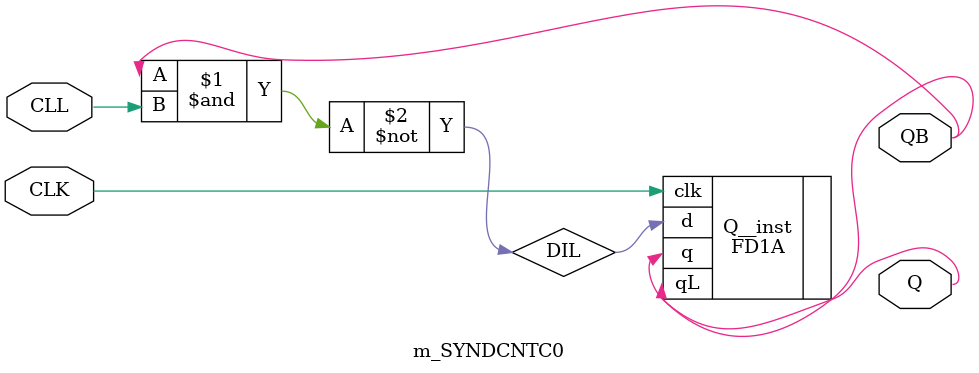
<source format=sv>
module m_SYNDCNTC0                                                              //[LEGO.NET:00207] MODULE SYNDCNTC0;
(                                                                               //[LEGO.NET:00207] MODULE SYNDCNTC0;

    input    CLK,                                                               //[LEGO.NET:00209] INPUTS	CLK,CLL;
    input    CLL,                                                               //[LEGO.NET:00209] INPUTS	CLK,CLL;
    output    Q,                                                                //[LEGO.NET:00210] OUTPUTS	Q,QB;
    output    QB                                                                //[LEGO.NET:00210] OUTPUTS	Q,QB;
);                                                                              //[LEGO.NET:00207] MODULE SYNDCNTC0;
                                                                                //[LEGO.NET:00211] LEVEL FUNCTION;
wire DIL;                                                                       //[LEGO.NET:00214] DIL_(DIL) = ND2A(QB,CLL);		/* clear/count */

assign DIL = ~(QB & CLL);                                                       //[LEGO.NET:00214] DIL_(DIL) = ND2A(QB,CLL);		/* clear/count */

FD1A Q__inst (.q(QB),.qL(Q),.d(DIL),.clk(CLK));                                 //[LEGO.NET:00216] Q_(QB,Q) = FD1A(DIL,CLK);

endmodule                                                                       //[LEGO.NET:00218] END MODULE;

</source>
